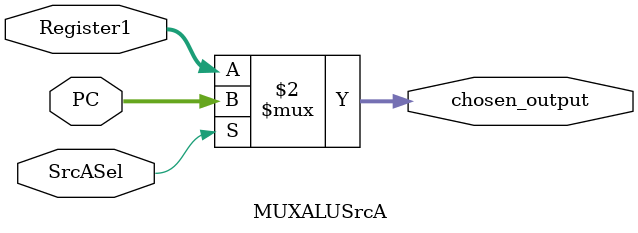
<source format=v>
`timescale 1ns / 1ps

// MUX สำหรับเลือกข้อมูลที่จะส่งเข้า ALU ช่องที่ 1
module MUXALUSrcA(
    input SrcASel,                // เลือกว่าจะส่งข้อมูลไหน
    input [31:0] PC,              // PC Address
    input [31:0] Register1,       // ข้อมูลจาก Register1

    output [31:0] chosen_output   // ส่งข้อมูลที่เลือกออก
  );

  // 0 = Register1 (default)
  // 1 = PC
  assign chosen_output = (SrcASel == 1'b1) ? PC : Register1;
endmodule

</source>
